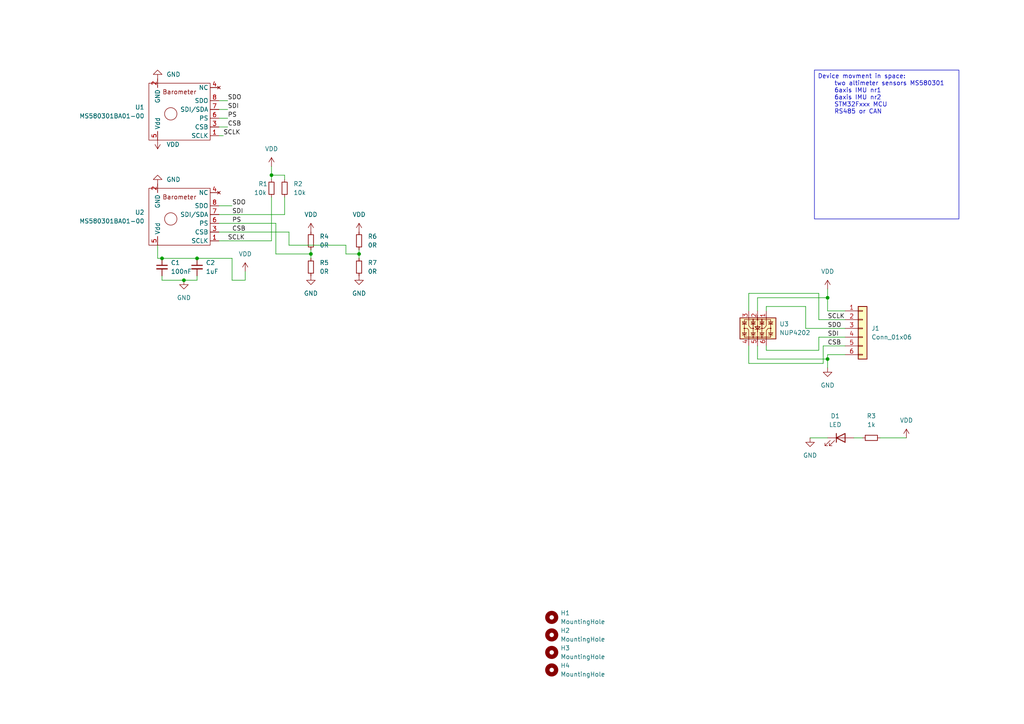
<source format=kicad_sch>
(kicad_sch (version 20230121) (generator eeschema)
  (paper "A4")
  (lib_symbols
    (symbol "Connector_Generic:Conn_01x06" (pin_names (offset 1.016) hide)
      (property "Reference" "J" (at 0 7.62 0))
      (property "Value" "Conn_01x06" (at 0 -10.16 0))
      (symbol "Conn_01x06_1_1"
        (rectangle (start -1.27 -7.493) (end 0 -7.747) (stroke (width 0.1524)))
        (rectangle (start -1.27 -4.953) (end 0 -5.207) (stroke (width 0.1524)))
        (rectangle (start -1.27 -2.413) (end 0 -2.667) (stroke (width 0.1524)))
        (rectangle (start -1.27 0.127) (end 0 -0.127) (stroke (width 0.1524)))
        (rectangle (start -1.27 2.667) (end 0 2.413) (stroke (width 0.1524)))
        (rectangle (start -1.27 5.207) (end 0 4.953) (stroke (width 0.1524)))
        (rectangle (start -1.27 6.35) (end 1.27 -8.89) (stroke (width 0.254)) (fill (type background)))
        (pin passive line (at -5.08 5.08 0) (length 3.81) (name "Pin_1") (number "1"))
        (pin passive line (at -5.08 2.54 0) (length 3.81) (name "Pin_2") (number "2"))
        (pin passive line (at -5.08 0 0) (length 3.81) (name "Pin_3") (number "3"))
        (pin passive line (at -5.08 -2.54 0) (length 3.81) (name "Pin_4") (number "4"))
        (pin passive line (at -5.08 -5.08 0) (length 3.81) (name "Pin_5") (number "5"))
        (pin passive line (at -5.08 -7.62 0) (length 3.81) (name "Pin_6") (number "6"))
      )
    )
    (symbol "Device:C_Small" (pin_numbers hide) (pin_names (offset 0.254) hide)
      (property "Reference" "C" (at 0.254 1.778 0))
      (property "Value" "C_Small" (at 0.254 -2.032 0))
      (symbol "C_Small_0_1"
        (polyline (pts (xy -1.524 -0.508) (xy 1.524 -0.508)) (stroke (width 0.3302)))
        (polyline (pts (xy -1.524 0.508) (xy 1.524 0.508)) (stroke (width 0.3048)))
      )
      (symbol "C_Small_1_1"
        (pin passive line (at 0 2.54 270) (length 2.032) (name "~") (number "1"))
        (pin passive line (at 0 -2.54 90) (length 2.032) (name "~") (number "2"))
      )
    )
    (symbol "Device:LED" (pin_numbers hide) (pin_names (offset 1.016) hide)
      (property "Reference" "D" (at 0 2.54 0))
      (property "Value" "LED" (at 0 -2.54 0))
      (symbol "LED_0_1"
        (polyline (pts (xy -1.27 -1.27) (xy -1.27 1.27)) (stroke (width 0.254)))
        (polyline (pts (xy -1.27 0) (xy 1.27 0)))
        (polyline (pts (xy 1.27 -1.27) (xy 1.27 1.27) (xy -1.27 0) (xy 1.27 -1.27)) (stroke (width 0.254)))
        (polyline (pts (xy -3.048 -0.762) (xy -4.572 -2.286) (xy -3.81 -2.286) (xy -4.572 -2.286) (xy -4.572 -1.524)))
        (polyline (pts (xy -1.778 -0.762) (xy -3.302 -2.286) (xy -2.54 -2.286) (xy -3.302 -2.286) (xy -3.302 -1.524)))
      )
      (symbol "LED_1_1"
        (pin passive line (at -3.81 0 0) (length 2.54) (name "K") (number "1"))
        (pin passive line (at 3.81 0 180) (length 2.54) (name "A") (number "2"))
      )
    )
    (symbol "Device:R_Small" (pin_numbers hide) (pin_names (offset 0.254) hide)
      (property "Reference" "R" (at 0.762 0.508 0))
      (property "Value" "R_Small" (at 0.762 -1.016 0))
      (symbol "R_Small_0_1"
        (rectangle (start -0.762 1.778) (end 0.762 -1.778) (stroke (width 0.2032)))
      )
      (symbol "R_Small_1_1"
        (pin passive line (at 0 2.54 270) (length 0.762) (name "~") (number "1"))
        (pin passive line (at 0 -2.54 90) (length 0.762) (name "~") (number "2"))
      )
    )
    (symbol "Mechanical:MountingHole" (pin_names (offset 1.016))
      (property "Reference" "H" (at 0 5.08 0))
      (property "Value" "MountingHole" (at 0 3.175 0))
      (symbol "MountingHole_0_1"
        (circle (center 0 0) (radius 1.27) (stroke (width 1.27)))
      )
    )
    (symbol "MyLib:MS580301BA01-00"
      (property "Reference" "U?" (at 12.7 25.4 0))
      (property "Value" "MS580301BA01-00" (at 0 24.13 0))
      (symbol "MS580301BA01-00_0_0"
        (text "Barometer" (at 8.89 -13.97 0) (effects (font (size 1.27 1.27))))
      )
      (symbol "MS580301BA01-00_0_1"
        (rectangle (start 0 0) (end 17.78 -16.51))
        (circle (center 11.43 -7.62) (radius 1.7961))
      )
      (symbol "MS580301BA01-00_1_1"
        (pin input line (at -2.54 -1.27 0) (length 2.54) (name "SCLK") (number "1"))
        (pin power_out line (at 15.24 -17.78 90) (length 2.54) (name "GND") (number "2"))
        (pin input line (at -2.54 -3.81 0) (length 2.54) (name "CSB") (number "3"))
        (pin no_connect line (at -2.54 -15.24 0) (length 2.54) (name "NC") (number "4"))
        (pin power_in line (at 15.24 0 270) (length 2.54) (name "Vdd") (number "5"))
        (pin input line (at -2.54 -6.35 0) (length 2.54) (name "PS") (number "6"))
        (pin input line (at -2.54 -8.89 0) (length 2.54) (name "SDI/SDA") (number "7"))
        (pin output line (at -2.54 -11.43 0) (length 2.54) (name "SDO") (number "8"))
      )
    )
    (symbol "Power_Protection:NUP4202"
      (property "Reference" "U" (at -6.985 -2.54 0))
      (property "Value" "NUP4202" (at 6.35 1.27 90))
      (symbol "NUP4202_0_1"
        (rectangle (start -5.334 3.048) (end 5.08 -3.048) (stroke (width 0.254)) (fill (type background)))
        (circle (center -3.81 0) (radius 0.127))
        (circle (center -3.81 0) (radius 0.127))
        (circle (center -1.27 -2.54) (radius 0.127))
        (circle (center -1.27 -2.54) (radius 0.127))
        (circle (center -1.27 0) (radius 0.127))
        (circle (center -1.27 0) (radius 0.127))
        (circle (center -1.27 2.54) (radius 0.127))
        (circle (center -1.27 2.54) (radius 0.127))
        (circle (center 0 -2.54) (radius 0.127))
        (circle (center 0 -2.54) (radius 0.127))
        (polyline (pts (xy -4.445 -1.27) (xy -3.175 -1.27)))
        (polyline (pts (xy -4.445 -1.27) (xy -3.175 -1.27)))
        (polyline (pts (xy -4.445 1.905) (xy -3.175 1.905)))
        (polyline (pts (xy -3.81 -2.54) (xy -3.81 -0.635)))
        (polyline (pts (xy -3.81 -2.54) (xy 3.81 -2.54)))
        (polyline (pts (xy -3.81 -0.635) (xy -3.81 0.635)))
        (polyline (pts (xy -3.81 0.635) (xy -3.81 2.54)))
        (polyline (pts (xy -3.81 2.54) (xy 3.81 2.54)))
        (polyline (pts (xy -3.81 2.54) (xy 3.81 2.54)))
        (polyline (pts (xy -1.905 -1.27) (xy -0.635 -1.27)))
        (polyline (pts (xy -1.905 -1.27) (xy -0.635 -1.27)))
        (polyline (pts (xy -1.905 1.905) (xy -0.635 1.905)))
        (polyline (pts (xy -1.27 -2.54) (xy -1.27 -0.635)))
        (polyline (pts (xy -1.27 -2.54) (xy -1.27 -0.635)))
        (polyline (pts (xy -1.27 0.635) (xy -1.27 -0.635)))
        (polyline (pts (xy -1.27 0.635) (xy -1.27 2.54)))
        (polyline (pts (xy 0 -0.889) (xy 0 -3.81)))
        (polyline (pts (xy 0 -0.889) (xy 0 1.016)))
        (polyline (pts (xy 0 -0.889) (xy 0 1.016)))
        (polyline (pts (xy 0 1.016) (xy 0 3.81)))
        (polyline (pts (xy 0.635 -1.27) (xy 1.905 -1.27)))
        (polyline (pts (xy 0.635 -1.27) (xy 1.905 -1.27)))
        (polyline (pts (xy 0.635 1.905) (xy 1.905 1.905)))
        (polyline (pts (xy 1.27 -2.54) (xy 1.27 -0.635)))
        (polyline (pts (xy 1.27 -2.54) (xy 1.27 -0.635)))
        (polyline (pts (xy 1.27 0.635) (xy 1.27 -0.635)))
        (polyline (pts (xy 1.27 0.635) (xy 1.27 2.54)))
        (polyline (pts (xy 3.175 -1.27) (xy 4.445 -1.27)))
        (polyline (pts (xy 3.175 -1.27) (xy 4.445 -1.27)))
        (polyline (pts (xy 3.175 1.905) (xy 4.445 1.905)))
        (polyline (pts (xy 3.81 -2.54) (xy 3.81 -0.635)))
        (polyline (pts (xy 3.81 0.635) (xy 3.81 -0.635)))
        (polyline (pts (xy 3.81 0.635) (xy 3.81 2.54)))
        (polyline (pts (xy 0.762 0.254) (xy -0.762 0.254) (xy -0.762 0)))
        (polyline (pts (xy -4.445 -1.905) (xy -3.175 -1.905) (xy -3.81 -1.27) (xy -4.445 -1.905)))
        (polyline (pts (xy -4.445 1.27) (xy -3.175 1.27) (xy -3.81 1.905) (xy -4.445 1.27)))
        (polyline (pts (xy -2.54 -3.81) (xy -2.54 -0.762) (xy -1.905 0) (xy -1.27 0)))
        (polyline (pts (xy -2.54 3.81) (xy -2.54 0.635) (xy -3.048 0) (xy -3.937 0)))
        (polyline (pts (xy -1.905 -1.905) (xy -0.635 -1.905) (xy -1.27 -1.27) (xy -1.905 -1.905)))
        (polyline (pts (xy -1.905 1.27) (xy -0.635 1.27) (xy -1.27 1.905) (xy -1.905 1.27)))
        (polyline (pts (xy -0.762 -0.508) (xy 0.762 -0.508) (xy 0 0.254) (xy -0.762 -0.508)))
        (polyline (pts (xy -0.762 -0.508) (xy 0.762 -0.508) (xy 0 0.254) (xy -0.762 -0.508)))
        (polyline (pts (xy 0.635 -1.905) (xy 1.905 -1.905) (xy 1.27 -1.27) (xy 0.635 -1.905)))
        (polyline (pts (xy 0.635 1.27) (xy 1.905 1.27) (xy 1.27 1.905) (xy 0.635 1.27)))
        (polyline (pts (xy 2.54 -3.81) (xy 2.54 -0.762) (xy 1.905 0) (xy 1.143 0)))
        (polyline (pts (xy 2.54 3.81) (xy 2.54 0.508) (xy 2.921 0) (xy 3.81 0)))
        (polyline (pts (xy 3.175 -1.905) (xy 4.445 -1.905) (xy 3.81 -1.27) (xy 3.175 -1.905)))
        (polyline (pts (xy 3.175 1.27) (xy 4.445 1.27) (xy 3.81 1.905) (xy 3.175 1.27)))
        (circle (center 0 2.54) (radius 0.127))
        (circle (center 0 2.54) (radius 0.127))
        (circle (center 1.27 -2.54) (radius 0.127))
        (circle (center 1.27 -2.54) (radius 0.127))
        (circle (center 1.27 0) (radius 0.127))
        (circle (center 1.27 0) (radius 0.127))
        (circle (center 1.27 2.54) (radius 0.127))
        (circle (center 1.27 2.54) (radius 0.127))
        (circle (center 3.81 0) (radius 0.127))
        (circle (center 3.81 0) (radius 0.127))
      )
      (symbol "NUP4202_1_1"
        (pin passive line (at -2.54 -5.08 90) (length 2.54) (name "~") (number "1"))
        (pin passive line (at 0 -5.08 90) (length 2.54) (name "~") (number "2"))
        (pin passive line (at 2.54 -5.08 90) (length 2.54) (name "~") (number "3"))
        (pin passive line (at 2.54 5.08 270) (length 2.54) (name "~") (number "4"))
        (pin passive line (at 0 5.08 270) (length 2.54) (name "~") (number "5"))
        (pin passive line (at -2.54 5.08 270) (length 2.54) (name "~") (number "6"))
      )
    )
    (symbol "power:GND" (power) (pin_names (offset 0))
      (property "Value" "GND" (at 0 -3.81 0))
      (symbol "GND_0_1"
        (polyline (pts (xy 0 0) (xy 0 -1.27) (xy 1.27 -1.27) (xy 0 -2.54) (xy -1.27 -1.27) (xy 0 -1.27)))
      )
      (symbol "GND_1_1"
        (pin power_in line (at 0 0 270) (length 0) hide (name "GND") (number "1"))
      )
    )
    (symbol "power:VDD" (power) (pin_names (offset 0))
      (property "Value" "VDD" (at 0 3.81 0))
      (symbol "VDD_0_1"
        (polyline (pts (xy -0.762 1.27) (xy 0 2.54)))
        (polyline (pts (xy 0 0) (xy 0 2.54)))
        (polyline (pts (xy 0 2.54) (xy 0.762 1.27)))
      )
      (symbol "VDD_1_1"
        (pin power_in line (at 0 0 90) (length 0) hide (name "VDD") (number "1"))
      )
    )
  )
  (junction (at 104.14 73.66))
  (junction (at 53.34 81.28))
  (junction (at 240.03 104.14))
  (junction (at 78.74 50.8))
  (junction (at 57.15 74.93))
  (junction (at 240.03 86.36))
  (junction (at 46.99 74.93))
  (junction (at 90.17 73.66))
  (wire (pts (xy 250.19 127) (xy 247.65 127)))
  (wire (pts (xy 237.49 92.71) (xy 245.11 92.71)))
  (wire (pts (xy 63.5 36.83) (xy 66.04 36.83)))
  (wire (pts (xy 82.55 57.15) (xy 82.55 62.23)))
  (wire (pts (xy 46.99 74.93) (xy 57.15 74.93)))
  (wire (pts (xy 100.33 71.12) (xy 100.33 73.66)))
  (wire (pts (xy 83.82 67.31) (xy 83.82 71.12)))
  (wire (pts (xy 238.76 100.33) (xy 238.76 105.41)))
  (wire (pts (xy 219.71 86.36) (xy 219.71 90.17)))
  (wire (pts (xy 240.03 86.36) (xy 240.03 90.17)))
  (wire (pts (xy 240.03 106.68) (xy 240.03 104.14)))
  (wire (pts (xy 219.71 104.14) (xy 240.03 104.14)))
  (wire (pts (xy 78.74 57.15) (xy 78.74 69.85)))
  (wire (pts (xy 46.99 81.28) (xy 53.34 81.28)))
  (wire (pts (xy 240.03 102.87) (xy 240.03 104.14)))
  (wire (pts (xy 90.17 74.93) (xy 90.17 73.66)))
  (wire (pts (xy 217.17 85.09) (xy 217.17 90.17)))
  (wire (pts (xy 63.5 39.37) (xy 64.77 39.37)))
  (wire (pts (xy 63.5 62.23) (xy 82.55 62.23)))
  (wire (pts (xy 63.5 29.21) (xy 66.04 29.21)))
  (wire (pts (xy 237.49 85.09) (xy 237.49 92.71)))
  (wire (pts (xy 46.99 80.01) (xy 46.99 81.28)))
  (wire (pts (xy 63.5 69.85) (xy 78.74 69.85)))
  (wire (pts (xy 238.76 100.33) (xy 245.11 100.33)))
  (wire (pts (xy 82.55 52.07) (xy 82.55 50.8)))
  (wire (pts (xy 219.71 100.33) (xy 219.71 104.14)))
  (wire (pts (xy 262.89 127) (xy 255.27 127)))
  (wire (pts (xy 237.49 85.09) (xy 217.17 85.09)))
  (wire (pts (xy 78.74 50.8) (xy 78.74 52.07)))
  (wire (pts (xy 63.5 64.77) (xy 80.01 64.77)))
  (wire (pts (xy 80.01 73.66) (xy 90.17 73.66)))
  (wire (pts (xy 100.33 73.66) (xy 104.14 73.66)))
  (wire (pts (xy 90.17 72.39) (xy 90.17 73.66)))
  (wire (pts (xy 104.14 72.39) (xy 104.14 73.66)))
  (wire (pts (xy 78.74 48.26) (xy 78.74 50.8)))
  (wire (pts (xy 237.49 97.79) (xy 245.11 97.79)))
  (wire (pts (xy 82.55 50.8) (xy 78.74 50.8)))
  (wire (pts (xy 45.72 74.93) (xy 46.99 74.93)))
  (wire (pts (xy 67.31 59.69) (xy 63.5 59.69)))
  (wire (pts (xy 245.11 102.87) (xy 240.03 102.87)))
  (wire (pts (xy 233.68 88.9) (xy 222.25 88.9)))
  (wire (pts (xy 45.72 71.12) (xy 45.72 74.93)))
  (wire (pts (xy 63.5 67.31) (xy 83.82 67.31)))
  (wire (pts (xy 217.17 105.41) (xy 217.17 100.33)))
  (wire (pts (xy 53.34 81.28) (xy 57.15 81.28)))
  (wire (pts (xy 63.5 31.75) (xy 66.04 31.75)))
  (wire (pts (xy 83.82 71.12) (xy 100.33 71.12)))
  (wire (pts (xy 240.03 90.17) (xy 245.11 90.17)))
  (wire (pts (xy 222.25 100.33) (xy 222.25 101.6)))
  (wire (pts (xy 237.49 101.6) (xy 237.49 97.79)))
  (wire (pts (xy 67.31 81.28) (xy 67.31 74.93)))
  (wire (pts (xy 57.15 81.28) (xy 57.15 80.01)))
  (wire (pts (xy 80.01 64.77) (xy 80.01 73.66)))
  (wire (pts (xy 71.12 78.74) (xy 71.12 81.28)))
  (wire (pts (xy 222.25 88.9) (xy 222.25 90.17)))
  (wire (pts (xy 240.03 86.36) (xy 219.71 86.36)))
  (wire (pts (xy 104.14 74.93) (xy 104.14 73.66)))
  (wire (pts (xy 222.25 101.6) (xy 237.49 101.6)))
  (wire (pts (xy 67.31 74.93) (xy 57.15 74.93)))
  (wire (pts (xy 233.68 95.25) (xy 233.68 88.9)))
  (wire (pts (xy 234.95 127) (xy 240.03 127)))
  (wire (pts (xy 240.03 83.82) (xy 240.03 86.36)))
  (wire (pts (xy 238.76 105.41) (xy 217.17 105.41)))
  (wire (pts (xy 71.12 81.28) (xy 67.31 81.28)))
  (wire (pts (xy 63.5 34.29) (xy 66.04 34.29)))
  (wire (pts (xy 245.11 95.25) (xy 233.68 95.25)))
  (text_box "Device movment in space:\n	two altimeter sensors MS580301\n	6axis IMU nr1\n	6axis IMU nr2\n	STM32Fxxx MCU\n	RS485 or CAN " (at 236.22 20.32 0) (size 41.91 43.18) (effects (font (size 1.27 1.27)) (justify left top)))
  (label "SCLK" (at 66.04 69.85 0))
  (label "SCLK" (at 64.77 39.37 0))
  (label "SDO" (at 66.04 29.21 0))
  (label "SDI" (at 240.03 97.79 0))
  (label "CSB" (at 240.03 100.33 0))
  (label "SDO" (at 67.31 59.69 0))
  (label "SDI" (at 67.31 62.23 0))
  (label "SDO" (at 240.03 95.25 0))
  (label "CSB" (at 67.31 67.31 0))
  (label "SCLK" (at 240.03 92.71 0))
  (label "PS" (at 66.04 34.29 0))
  (label "CSB" (at 66.04 36.83 0))
  (label "SDI" (at 66.04 31.75 0))
  (label "PS" (at 67.31 64.77 0))
  (symbol (lib_id "Device:C_Small") (at 57.15 77.47 0) (unit 1)
    (property "Reference" "C2" (at 59.69 76.2062 0) (effects (justify left)))
    (property "Value" "1uF" (at 59.69 78.7462 0) (effects (justify left)))
    (property "Footprint" "Capacitor_SMD:C_0805_2012Metric" (effects hide))
  )
  (symbol (lib_id "Power_Protection:NUP4202") (at 219.71 95.25 180) (unit 1)
    (property "Reference" "U3" (at 226.06 93.9799 0) (effects (justify right)))
    (property "Value" "NUP4202" (at 226.06 96.52 0) (effects (justify right)))
    (property "Footprint" "Package_TO_SOT_SMD:SOT-363_SC-70-6" (effects hide))
    (property "Datasheet" "http://www.onsemi.com/pub_link/Collateral/NUP4202W1-D.PDF" (effects hide))
  )
  (symbol (lib_id "power:VDD") (at 104.14 67.31 0) (unit 1)
    (property "Reference" "#PWR0103" (effects hide))
    (property "Value" "VDD" (at 104.14 62.23 0))
  )
  (symbol (lib_id "power:GND") (at 104.14 80.01 0) (unit 1)
    (property "Reference" "#PWR0102" (effects hide))
    (property "Value" "GND" (at 104.14 85.09 0))
  )
  (symbol (lib_id "power:GND") (at 234.95 127 0) (unit 1)
    (property "Reference" "#PWR0114" (effects hide))
    (property "Value" "GND" (at 234.95 132.08 0))
  )
  (symbol (lib_id "Device:R_Small") (at 90.17 69.85 180) (unit 1)
    (property "Reference" "R4" (at 92.71 68.5799 0) (effects (justify right)))
    (property "Value" "0R" (at 92.71 71.1199 0) (effects (justify right)))
    (property "Footprint" "Resistor_SMD:R_0805_2012Metric" (effects hide))
  )
  (symbol (lib_id "Connector_Generic:Conn_01x06") (at 250.19 95.25 0) (unit 1)
    (property "Reference" "J1" (at 252.73 95.2499 0) (effects (justify left)))
    (property "Value" "Conn_01x06" (at 252.73 97.7899 0) (effects (justify left)))
    (property "Footprint" "Connector_PinHeader_2.54mm:PinHeader_1x06_P2.54mm_Horizontal" (effects hide))
  )
  (symbol (lib_id "Device:R_Small") (at 104.14 69.85 180) (unit 1)
    (property "Reference" "R6" (at 106.68 68.5799 0) (effects (justify right)))
    (property "Value" "0R" (at 106.68 71.1199 0) (effects (justify right)))
    (property "Footprint" "Resistor_SMD:R_0805_2012Metric" (effects hide))
  )
  (symbol (lib_id "Device:C_Small") (at 46.99 77.47 0) (unit 1)
    (property "Reference" "C1" (at 49.53 76.2062 0) (effects (justify left)))
    (property "Value" "100nF" (at 49.53 78.7462 0) (effects (justify left)))
    (property "Footprint" "Capacitor_SMD:C_0805_2012Metric" (effects hide))
  )
  (symbol (lib_id "power:GND") (at 45.72 53.34 180) (unit 1)
    (property "Reference" "#PWR0106" (effects hide))
    (property "Value" "GND" (at 48.26 52.0699 0) (effects (justify right)))
  )
  (symbol (lib_id "power:GND") (at 90.17 80.01 0) (unit 1)
    (property "Reference" "#PWR0113" (effects hide))
    (property "Value" "GND" (at 90.17 85.09 0))
  )
  (symbol (lib_id "power:GND") (at 45.72 22.86 180) (unit 1)
    (property "Reference" "#PWR0107" (effects hide))
    (property "Value" "GND" (at 48.26 21.5899 0) (effects (justify right)))
  )
  (symbol (lib_id "Device:R_Small") (at 90.17 77.47 180) (unit 1)
    (property "Reference" "R5" (at 92.71 76.1999 0) (effects (justify right)))
    (property "Value" "0R" (at 92.71 78.7399 0) (effects (justify right)))
    (property "Footprint" "Resistor_SMD:R_0805_2012Metric" (effects hide))
  )
  (symbol (lib_id "Mechanical:MountingHole") (at 160.02 179.07 0) (unit 1)
    (property "Reference" "H1" (at 162.56 177.7999 0) (effects (justify left)))
    (property "Value" "MountingHole" (at 162.56 180.3399 0) (effects (justify left)))
    (property "Footprint" "MountingHole:MountingHole_3.2mm_M3" (effects hide))
  )
  (symbol (lib_id "power:VDD") (at 45.72 40.64 180) (unit 1)
    (property "Reference" "#PWR0108" (effects hide))
    (property "Value" "VDD" (at 48.26 41.9099 0) (effects (justify right)))
  )
  (symbol (lib_id "power:VDD") (at 262.89 127 0) (unit 1)
    (property "Reference" "#PWR0111" (effects hide))
    (property "Value" "VDD" (at 262.89 121.92 0))
  )
  (symbol (lib_id "power:VDD") (at 90.17 67.31 0) (unit 1)
    (property "Reference" "#PWR0112" (effects hide))
    (property "Value" "VDD" (at 90.17 62.23 0))
  )
  (symbol (lib_id "power:GND") (at 53.34 81.28 0) (unit 1)
    (property "Reference" "#PWR0104" (effects hide))
    (property "Value" "GND" (at 53.34 86.36 0))
  )
  (symbol (lib_id "power:VDD") (at 78.74 48.26 0) (unit 1)
    (property "Reference" "#PWR0110" (effects hide))
    (property "Value" "VDD" (at 78.74 43.18 0))
  )
  (symbol (lib_id "Device:LED") (at 243.84 127 0) (unit 1)
    (property "Reference" "D1" (at 242.2525 120.65 0))
    (property "Value" "LED" (at 242.2525 123.19 0))
    (property "Footprint" "LED_SMD:LED_PLCC-2" (effects hide))
  )
  (symbol (lib_id "MyLib:MS580301BA01-00") (at 60.96 71.12 180) (unit 1)
    (property "Reference" "U2" (at 41.91 61.5949 0) (effects (justify left)))
    (property "Value" "MS580301BA01-00" (at 41.91 64.1349 0) (effects (justify left)))
    (property "Footprint" "MyLib:MS580301BA01-00" (effects hide))
  )
  (symbol (lib_id "Device:R_Small") (at 252.73 127 90) (unit 1)
    (property "Reference" "R3" (at 252.73 120.65 90))
    (property "Value" "1k" (at 252.73 123.19 90))
    (property "Footprint" "Resistor_SMD:R_0805_2012Metric" (effects hide))
  )
  (symbol (lib_id "Device:R_Small") (at 78.74 54.61 180) (unit 1)
    (property "Reference" "R1" (at 74.93 53.34 0) (effects (justify right)))
    (property "Value" "10k" (at 73.66 55.88 0) (effects (justify right)))
    (property "Footprint" "Resistor_SMD:R_0805_2012Metric" (effects hide))
  )
  (symbol (lib_id "Device:R_Small") (at 82.55 54.61 180) (unit 1)
    (property "Reference" "R2" (at 85.09 53.3399 0) (effects (justify right)))
    (property "Value" "10k" (at 85.09 55.8799 0) (effects (justify right)))
    (property "Footprint" "Resistor_SMD:R_0805_2012Metric" (effects hide))
  )
  (symbol (lib_id "Mechanical:MountingHole") (at 160.02 194.31 0) (unit 1)
    (property "Reference" "H4" (at 162.56 193.0399 0) (effects (justify left)))
    (property "Value" "MountingHole" (at 162.56 195.5799 0) (effects (justify left)))
    (property "Footprint" "MountingHole:MountingHole_3.2mm_M3" (effects hide))
  )
  (symbol (lib_id "power:VDD") (at 71.12 78.74 0) (unit 1)
    (property "Reference" "#PWR0105" (effects hide))
    (property "Value" "VDD" (at 71.12 73.66 0))
  )
  (symbol (lib_id "Mechanical:MountingHole") (at 160.02 189.23 0) (unit 1)
    (property "Reference" "H3" (at 162.56 187.9599 0) (effects (justify left)))
    (property "Value" "MountingHole" (at 162.56 190.4999 0) (effects (justify left)))
    (property "Footprint" "MountingHole:MountingHole_3.2mm_M3" (effects hide))
  )
  (symbol (lib_id "power:VDD") (at 240.03 83.82 0) (unit 1)
    (property "Reference" "#PWR0101" (effects hide))
    (property "Value" "VDD" (at 240.03 78.74 0))
  )
  (symbol (lib_id "Mechanical:MountingHole") (at 160.02 184.15 0) (unit 1)
    (property "Reference" "H2" (at 162.56 182.8799 0) (effects (justify left)))
    (property "Value" "MountingHole" (at 162.56 185.4199 0) (effects (justify left)))
    (property "Footprint" "MountingHole:MountingHole_3.2mm_M3" (effects hide))
  )
  (symbol (lib_id "power:GND") (at 240.03 106.68 0) (unit 1)
    (property "Reference" "#PWR0109" (effects hide))
    (property "Value" "GND" (at 240.03 111.76 0))
  )
  (symbol (lib_id "MyLib:MS580301BA01-00") (at 60.96 40.64 180) (unit 1)
    (property "Reference" "U1" (at 41.91 31.1149 0) (effects (justify left)))
    (property "Value" "MS580301BA01-00" (at 41.91 33.6549 0) (effects (justify left)))
    (property "Footprint" "MyLib:MS580301BA01-00" (effects hide))
  )
  (symbol (lib_id "Device:R_Small") (at 104.14 77.47 180) (unit 1)
    (property "Reference" "R7" (at 106.68 76.1999 0) (effects (justify right)))
    (property "Value" "0R" (at 106.68 78.7399 0) (effects (justify right)))
    (property "Footprint" "Resistor_SMD:R_0805_2012Metric" (effects hide))
  )
)
</source>
